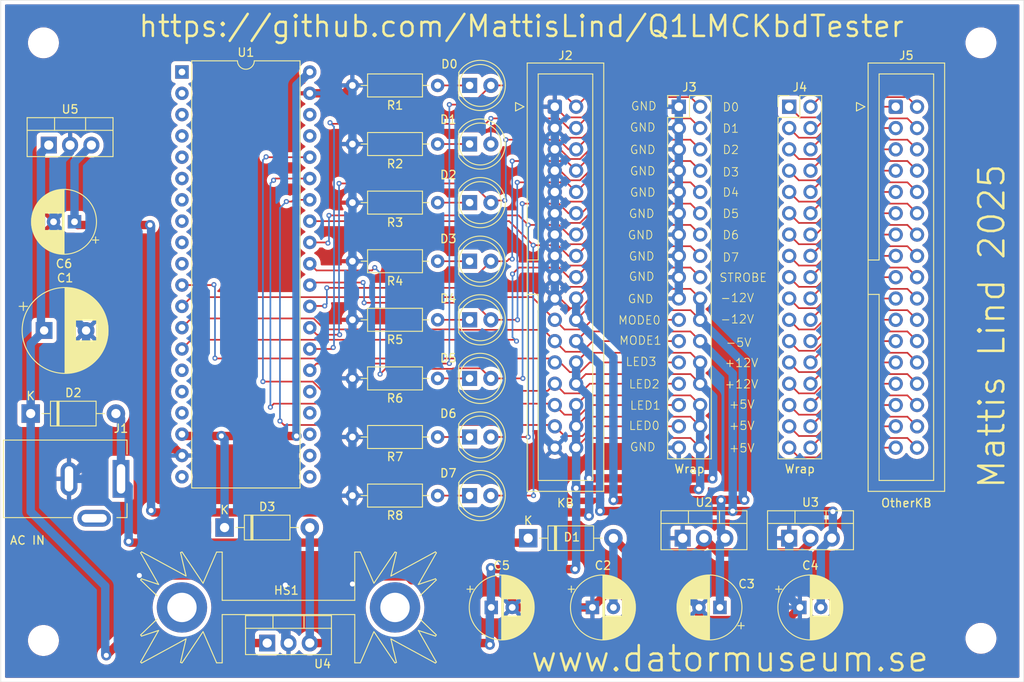
<source format=kicad_pcb>
(kicad_pcb (version 20240108) (generator "pcbnew") (generator_version "8.0")
  (layers (0 "F.Cu" signal) (31 "B.Cu" signal) (34 "B.Paste" user) (35 "F.Paste" user) (36 "B.SilkS" user "B.Silkscreen") (37 "F.SilkS" user "F.Silkscreen") (38 "B.Mask" user) (39 "F.Mask" user) (44 "Edge.Cuts" user))
  (net 0 "")
  (net 1 "Net-(D2-K)")
  (net 2 "GND")
  (net 3 "Net-(D1-A)")
  (net 4 "-12V")
  (net 5 "-5V")
  (net 6 "+5V")
  (net 7 "+12V")
  (net 8 "Net-(D1-K)")
  (net 9 "Net-(D3-K)")
  (net 10 "/D0")
  (net 11 "Net-(D4-K)")
  (net 12 "Net-(D5-K)")
  (net 13 "/D1")
  (net 14 "/D2")
  (net 15 "Net-(D6-K)")
  (net 16 "Net-(D7-K)")
  (net 17 "/D3")
  (net 18 "/D4")
  (net 19 "Net-(D8-K)")
  (net 20 "Net-(D9-K)")
  (net 21 "/D5")
  (net 22 "/D6")
  (net 23 "Net-(D10-K)")
  (net 24 "Net-(D11-K)")
  (net 25 "/D7")
  (net 29 "/MODE1")
  (net 30 "/STROBE")
  (net 31 "/LED2")
  (net 32 "/MODE0")
  (net 33 "/LED1")
  (net 34 "/LED3")
  (net 35 "/LED0")
  (net 36 "Net-(J4-Pin_20)")
  (net 37 "Net-(J4-Pin_13)")
  (net 38 "Net-(J4-Pin_18)")
  (net 39 "Net-(J4-Pin_17)")
  (net 40 "Net-(J4-Pin_33)")
  (net 41 "Net-(J4-Pin_5)")
  (net 42 "Net-(J4-Pin_32)")
  (net 43 "Net-(J4-Pin_1)")
  (net 44 "Net-(J4-Pin_30)")
  (net 45 "Net-(J4-Pin_15)")
  (net 46 "Net-(J4-Pin_4)")
  (net 47 "Net-(J4-Pin_21)")
  (net 48 "Net-(J4-Pin_10)")
  (net 49 "Net-(J4-Pin_14)")
  (net 50 "Net-(J4-Pin_19)")
  (net 51 "Net-(J4-Pin_27)")
  (net 52 "Net-(J4-Pin_24)")
  (net 53 "Net-(J4-Pin_25)")
  (net 54 "Net-(J4-Pin_3)")
  (net 55 "Net-(J4-Pin_26)")
  (net 56 "Net-(J4-Pin_28)")
  (net 57 "Net-(J4-Pin_12)")
  (net 58 "Net-(J4-Pin_23)")
  (net 59 "Net-(J4-Pin_8)")
  (net 60 "Net-(J4-Pin_9)")
  (net 61 "Net-(J4-Pin_16)")
  (net 62 "Net-(J4-Pin_7)")
  (net 63 "Net-(J4-Pin_22)")
  (net 64 "Net-(J4-Pin_31)")
  (net 65 "Net-(J4-Pin_11)")
  (net 66 "Net-(J4-Pin_29)")
  (net 67 "Net-(J4-Pin_2)")
  (net 68 "Net-(J4-Pin_6)")
  (net 69 "Net-(J4-Pin_34)")
  (footprint "Connector_BarrelJack:BarrelJack_Kycon_KLDX-0202-xC_Horizontal" (layer "F.Cu") (at 105.764 87.538)
    (property "Reference" "J1")
    (property "Value" "AC IN")
  )
  (footprint "LED_THT:LED_D5.0mm" (layer "F.Cu") (at 147.315 75.565)
    (property "Reference" "D9" (hide yes))
    (property "Value" "D5")
  )
  (footprint "Connector_IDC:IDC-Header_2x17_P2.54mm_Vertical" (layer "F.Cu") (at 157.48 43.18)
    (property "Reference" "J2")
    (property "Value" "KB")
  )
  (footprint "Package_TO_SOT_THT:TO-220-3_Vertical" (layer "F.Cu") (at 97.155 47.752)
    (property "Reference" "U5")
    (property "Value" "L7812")
  )
  (footprint "MountingHole:MountingHole_3.2mm_M3_DIN965" (layer "F.Cu") (at 208.28 106.553)
    (property "Reference" "H3" (hide yes))
    (property "Value" "MountingHole")
  )
  (footprint "Connector_PinHeader_2.54mm:PinHeader_2x17_P2.54mm_Vertical" (layer "F.Cu") (at 185.42 43.18)
    (property "Reference" "J4")
    (property "Value" "Wrap")
  )
  (footprint "MountingHole:MountingHole_3.2mm_M3_DIN965" (layer "F.Cu") (at 208.28 35.56)
    (property "Reference" "H2" (hide yes))
    (property "Value" "MountingHole")
  )
  (footprint "MountingHole:MountingHole_3.2mm_M3_DIN965" (layer "F.Cu") (at 96.52 35.56)
    (property "Reference" "H1" (hide yes))
    (property "Value" "MountingHole")
  )
  (footprint "Connector_PinHeader_2.54mm:PinHeader_2x17_P2.54mm_Vertical" (layer "F.Cu") (at 172.2628 43.18)
    (property "Reference" "J3")
    (property "Value" "Wrap")
  )
  (footprint "Resistor_THT:R_Axial_DIN0207_L6.3mm_D2.5mm_P10.16mm_Horizontal" (layer "F.Cu") (at 143.51 75.565 180)
    (property "Reference" "R6")
    (property "Value" "1k")
  )
  (footprint "Capacitor_THT:CP_Radial_D7.5mm_P2.50mm" (layer "F.Cu") (at 149.9 102.87)
    (property "Reference" "C5")
    (property "Value" "100u 25V")
  )
  (footprint "Package_DIP:DIP-40_W15.24mm" (layer "F.Cu") (at 113.03 39.038)
    (property "Reference" "U1")
    (property "Value" "STM32F411 BlackPill")
  )
  (footprint "LED_THT:LED_D5.0mm" (layer "F.Cu") (at 147.315 61.595)
    (property "Reference" "D7" (hide yes))
    (property "Value" "D3")
  )
  (footprint "LED_THT:LED_D5.0mm" (layer "F.Cu") (at 147.32 68.58)
    (property "Reference" "D8" (hide yes))
    (property "Value" "D4")
  )
  (footprint "Connector_IDC:IDC-Header_2x17_P2.54mm_Vertical" (layer "F.Cu") (at 198.12 43.18)
    (property "Reference" "J5")
    (property "Value" "OtherKB")
  )
  (footprint "Resistor_THT:R_Axial_DIN0207_L6.3mm_D2.5mm_P10.16mm_Horizontal" (layer "F.Cu") (at 143.51 40.64 180)
    (property "Reference" "R1")
    (property "Value" "1k")
  )
  (footprint "Capacitor_THT:CP_Radial_D7.5mm_P2.50mm" (layer "F.Cu") (at 161.965 102.87)
    (property "Reference" "C2")
    (property "Value" "100u 25V")
  )
  (footprint "LED_THT:LED_D5.0mm" (layer "F.Cu") (at 147.32 40.64)
    (property "Reference" "D4" (hide yes))
    (property "Value" "D0")
  )
  (footprint "LED_THT:LED_D5.0mm" (layer "F.Cu") (at 147.315 47.625)
    (property "Reference" "D5" (hide yes))
    (property "Value" "D1")
  )
  (footprint "Resistor_THT:R_Axial_DIN0207_L6.3mm_D2.5mm_P10.16mm_Horizontal" (layer "F.Cu") (at 143.51 82.55 180)
    (property "Reference" "R7")
    (property "Value" "1k")
  )
  (footprint "Package_TO_SOT_THT:TO-220-3_Vertical" (layer "F.Cu") (at 123.19 107.117)
    (property "Reference" "U4")
    (property "Value" "L7805")
  )
  (footprint "LED_THT:LED_D5.0mm" (layer "F.Cu") (at 147.32 54.61)
    (property "Reference" "D6" (hide yes))
    (property "Value" "D2")
  )
  (footprint "MountingHole:MountingHole_3.2mm_M3_DIN965" (layer "F.Cu") (at 96.52 106.807)
    (property "Reference" "H4" (hide yes))
    (property "Value" "MountingHole")
  )
  (footprint "Resistor_THT:R_Axial_DIN0207_L6.3mm_D2.5mm_P10.16mm_Horizontal" (layer "F.Cu") (at 143.51 68.58 180)
    (property "Reference" "R5")
    (property "Value" "1k")
  )
  (footprint "Resistor_THT:R_Axial_DIN0207_L6.3mm_D2.5mm_P10.16mm_Horizontal" (layer "F.Cu") (at 143.51 89.535 180)
    (property "Reference" "R8")
    (property "Value" "1k")
  )
  (footprint "Resistor_THT:R_Axial_DIN0207_L6.3mm_D2.5mm_P10.16mm_Horizontal" (layer "F.Cu") (at 143.51 54.61 180)
    (property "Reference" "R3")
    (property "Value" "1k")
  )
  (footprint "Diode_THT:D_DO-41_SOD81_P10.16mm_Horizontal" (layer "F.Cu") (at 118.11 93.345)
    (property "Reference" "D3")
    (property "Value" "Schottky")
  )
  (footprint "Capacitor_THT:CP_Radial_D7.5mm_P2.50mm" (layer "F.Cu") (at 177.165 102.87 180)
    (property "Reference" "C3")
    (property "Value" "100u 25V")
  )
  (footprint "Capacitor_THT:CP_Radial_D10.0mm_P5.00mm" (layer "F.Cu") (at 96.6 69.85)
    (property "Reference" "C1")
    (property "Value" "1000u 25V")
  )
  (footprint "Resistor_THT:R_Axial_DIN0207_L6.3mm_D2.5mm_P10.16mm_Horizontal" (layer "F.Cu") (at 143.51 61.595 180)
    (property "Reference" "R4")
    (property "Value" "1k")
  )
  (footprint "Capacitor_THT:CP_Radial_D7.5mm_P2.50mm" (layer "F.Cu") (at 186.69 102.87)
    (property "Reference" "C4")
    (property "Value" "100u 25V")
  )
  (footprint "Resistor_THT:R_Axial_DIN0207_L6.3mm_D2.5mm_P10.16mm_Horizontal" (layer "F.Cu") (at 143.51 47.625 180)
    (property "Reference" "R2")
    (property "Value" "1k")
  )
  (footprint "LED_THT:LED_D5.0mm" (layer "F.Cu") (at 147.315 89.535)
    (property "Reference" "D11" (hide yes))
    (property "Value" "D7")
  )
  (footprint "Capacitor_THT:CP_Radial_D7.5mm_P2.50mm" (layer "F.Cu") (at 100.221395 56.896 180)
    (property "Reference" "C6")
    (property "Value" "100u 25V")
  )
  (footprint "Package_TO_SOT_THT:TO-220-3_Vertical" (layer "F.Cu") (at 172.72 94.615)
    (property "Reference" "U2")
    (property "Value" "L7912")
  )
  (footprint "Diode_THT:D_DO-41_SOD81_P10.16mm_Horizontal" (layer "F.Cu") (at 94.996 79.756)
    (property "Reference" "D2")
    (property "Value" "1N4004")
  )
  (footprint "Heatsink:Heatsink_Fischer_SK104-STCB_35x13mm__2xDrill3.5mm_ScrewM3" (layer "F.Cu") (at 125.73 102.87 180)
    (property "Reference" "HS1")
    (property "Value" "Heatsink_Pad_2Pin")
  )
  (footprint "LED_THT:LED_D5.0mm" (layer "F.Cu") (at 147.315 82.55)
    (property "Reference" "D10" (hide yes))
    (property "Value" "D6")
  )
  (footprint "Diode_THT:D_DO-41_SOD81_P10.16mm_Horizontal" (layer "F.Cu") (at 154.305 94.615)
    (property "Reference" "D1")
    (property "Value" "1N4004")
  )
  (footprint "Package_TO_SOT_THT:TO-220-3_Vertical" (layer "F.Cu") (at 185.42 94.615)
    (property "Reference" "U3")
    (property "Value" "L7905")
  )
  (gr_line (start 213.36 30.48) (end 213.36 111.76) (stroke (width 0.05)) (layer "Edge.Cuts"))
  (gr_line (start 91.44 30.48) (end 213.36 30.48) (stroke (width 0.05)) (layer "Edge.Cuts"))
  (gr_line (start 213.36 111.76) (end 91.44 111.76) (stroke (width 0.05)) (layer "Edge.Cuts"))
  (gr_line (start 91.44 111.76) (end 91.44 30.48) (stroke (width 0.05)) (layer "Edge.Cuts"))
  (gr_text "MODE1" (at 165.1 71.628 0) (layer "F.SilkS") (effects (font (size 1 1) (thickness 0.1)) (justify left bottom)))
  (gr_text "GND" (at 166.37 46.228 0) (layer "F.SilkS") (effects (font (size 1 1) (thickness 0.1)) (justify left bottom)))
  (gr_text "GND" (at 166.497 43.688 0) (layer "F.SilkS") (effects (font (size 1 1) (thickness 0.1)) (justify left bottom)))
  (gr_text "LED0" (at 166.243 81.788 0) (layer "F.SilkS") (effects (font (size 1 1) (thickness 0.1)) (justify left bottom)))
  (gr_text "+12V" (at 177.673 74.295 0) (layer "F.SilkS") (effects (font (size 1 1) (thickness 0.1)) (justify left bottom)))
  (gr_text "D2" (at 177.419 48.895 0) (layer "F.SilkS") (effects (font (size 1 1) (thickness 0.1)) (justify left bottom)))
  (gr_text "GND" (at 166.37 48.895 0) (layer "F.SilkS") (effects (font (size 1 1) (thickness 0.1)) (justify left bottom)))
  (gr_text "STROBE" (at 177.038 64.135 0) (layer "F.SilkS") (effects (font (size 1 1) (thickness 0.1)) (justify left bottom)))
  (gr_text "LED3" (at 165.862 74.168 0) (layer "F.SilkS") (effects (font (size 1 1) (thickness 0.1)) (justify left bottom)))
  (gr_text "-5V" (at 177.8 71.882 0) (layer "F.SilkS") (effects (font (size 1 1) (thickness 0.1)) (justify left bottom)))
  (gr_text "GND" (at 166.243 61.595 0) (layer "F.SilkS") (effects (font (size 1 1) (thickness 0.1)) (justify left bottom)))
  (gr_text "MODE0" (at 164.973 69.215 0) (layer "F.SilkS") (effects (font (size 1 1) (thickness 0.1)) (justify left bottom)))
  (gr_text "+5V" (at 178.181 79.248 0) (layer "F.SilkS") (effects (font (size 1 1) (thickness 0.1)) (justify left bottom)))
  (gr_text "D7" (at 177.419 61.722 0) (layer "F.SilkS") (effects (font (size 1 1) (thickness 0.1)) (justify left bottom)))
  (gr_text "D3" (at 177.419 51.562 0) (layer "F.SilkS") (effects (font (size 1 1) (thickness 0.1)) (justify left bottom)))
  (gr_text "GND" (at 166.37 84.328 0) (layer "F.SilkS") (effects (font (size 1 1) (thickness 0.1)) (justify left bottom)))
  (gr_text "+5V" (at 178.181 84.455 0) (layer "F.SilkS") (effects (font (size 1 1) (thickness 0.1)) (justify left bottom)))
  (gr_text "GND" (at 166.116 59.055 0) (layer "F.SilkS") (effects (font (size 1 1) (thickness 0.1)) (justify left bottom)))
  (gr_text "D4" (at 177.419 53.975 0) (layer "F.SilkS") (effects (font (size 1 1) (thickness 0.1)) (justify left bottom)))
  (gr_text "GND" (at 166.243 64.008 0) (layer "F.SilkS") (effects (font (size 1 1) (thickness 0.1)) (justify left bottom)))
  (gr_text "https://github.com/MattisLind/Q1LMCKbdTester" (at 107.696 35.052 0) (layer "F.SilkS") (effects (font (size 2.5 2.5) (thickness 0.3)) (justify left bottom)))
  (gr_text "LED1" (at 166.37 79.375 0) (layer "F.SilkS") (effects (font (size 1 1) (thickness 0.1)) (justify left bottom)))
  (gr_text "D6" (at 177.419 59.055 0) (layer "F.SilkS") (effects (font (size 1 1) (thickness 0.1)) (justify left bottom)))
  (gr_text "D0" (at 177.419 43.815 0) (layer "F.SilkS") (effects (font (size 1 1) (thickness 0.1)) (justify left bottom)))
  (gr_text "Mattis Lind 2025" (at 211.328 88.9 90) (layer "F.SilkS") (effects (font (size 3 3) (thickness 0.3)) (justify left bottom)))
  (gr_text "+5V" (at 178.181 81.788 0) (layer "F.SilkS") (effects (font (size 1 1) (thickness 0.1)) (justify left bottom)))
  (gr_text "GND" (at 166.116 66.675 0) (layer "F.SilkS") (effects (font (size 1 1) (thickness 0.1)) (justify left bottom)))
  (gr_text "www.datormuseum.se" (at 154.432 110.744 0) (layer "F.SilkS") (effects (font (size 3 3) (thickness 0.3)) (justify left bottom)))
  (gr_text "GND" (at 166.243 56.515 0) (layer "F.SilkS") (effects (font (size 1 1) (thickness 0.1)) (justify left bottom)))
  (gr_text "+12V" (at 177.673 76.835 0) (layer "F.SilkS") (effects (font (size 1 1) (thickness 0.1)) (justify left bottom)))
  (gr_text "-12V" (at 177.165 66.548 0) (layer "F.SilkS") (effects (font (size 1 1) (thickness 0.1)) (justify left bottom)))
  (gr_text "D1" (at 177.419 46.355 0) (layer "F.SilkS") (effects (font (size 1 1) (thickness 0.1)) (justify left bottom)))
  (gr_text "GND" (at 166.37 53.975 0) (layer "F.SilkS") (effects (font (size 1 1) (thickness 0.1)) (justify left bottom)))
  (gr_text "-12V" (at 177.165 69.088 0) (layer "F.SilkS") (effects (font (size 1 1) (thickness 0.1)) (justify left bottom)))
  (gr_text "D5" (at 177.419 56.515 0) (layer "F.SilkS") (effects (font (size 1 1) (thickness 0.1)) (justify left bottom)))
  (gr_text "GND" (at 166.37 51.435 0) (layer "F.SilkS") (effects (font (size 1 1) (thickness 0.1)) (justify left bottom)))
  (gr_text "LED2" (at 166.243 76.835 0) (layer "F.SilkS") (effects (font (size 1 1) (thickness 0.1)) (justify left bottom)))
  (segment (start 105.481 107.117) (end 123.19 107.117) (width 1) (layer "F.Cu") (net 1))
  (segment (start 104.013 108.585) (end 105.481 107.117) (width 1) (layer "F.Cu") (net 1))
  (via (at 104.013 108.585) (size 1.2) (drill 0.6) (layers "F.Cu" "B.Cu") (net 1))
  (segment (start 96.221395 48.685605) (end 97.155 47.752) (width 1) (layer "B.Cu") (net 1))
  (segment (start 94.996 91.44) (end 103.886 100.33) (width 1) (layer "B.Cu") (net 1))
  (segment (start 103.886 100.33) (end 103.886 108.458) (width 1) (layer "B.Cu") (net 1))
  (segment (start 94.996 79.756) (end 94.996 71.454) (width 1) (layer "B.Cu") (net 1))
  (segment (start 94.996 71.454) (end 96.6 69.85) (width 1) (layer "B.Cu") (net 1))
  (segment (start 96.221395 69.471395) (end 96.221395 48.685605) (width 1) (layer "B.Cu") (net 1))
  (segment (start 94.996 79.756) (end 94.996 91.44) (width 1) (layer "B.Cu") (net 1))
  (segment (start 96.6 69.85) (end 96.221395 69.471395) (width 1) (layer "B.Cu") (net 1))
  (segment (start 103.886 108.458) (end 104.013 108.585) (width 1) (layer "B.Cu") (net 1))
  (segment (start 134.256 99.17) (end 133.35 100.076) (width 1) (layer "F.Cu") (net 2))
  (segment (start 160.775 62.11) (end 161.925 60.96) (width 0.2) (layer "F.Cu") (net 2))
  (segment (start 124.206 99.06) (end 125.349 100.203) (width 1) (layer "F.Cu") (net 2))
  (segment (start 157.48 66.04) (end 158.115 66.04) (width 0.2) (layer "F.Cu") (net 2))
  (segment (start 157.48 48.26) (end 158.115 48.26) (width 0.2) (layer "F.Cu") (net 2))
  (segment (start 160.496346 67.19) (end 161.646346 66.04) (width 0.2) (layer "F.Cu") (net 2))
  (segment (start 125.476 100.076) (end 125.349 100.203) (width 1) (layer "F.Cu") (net 2))
  (segment (start 158.75 44.45) (end 160.724314 44.45) (width 0.2) (layer "F.Cu") (net 2))
  (segment (start 160.775 84.97) (end 161.925 83.82) (width 0.2) (layer "F.Cu") (net 2))
  (segment (start 158.63 54.49) (end 161.479314 54.49) (width 0.2) (layer "F.Cu") (net 2))
  (segment (start 157.48 83.82) (end 158.63 84.97) (width 0.2) (layer "F.Cu") (net 2))
  (segment (start 160.496346 49.41) (end 161.646346 48.26) (width 0.2) (layer "F.Cu") (net 2))
  (segment (start 113.03 84.758) (end 112.230001 83.958001) (width 1) (layer "F.Cu") (net 2))
  (segment (start 160.496346 57.03) (end 161.646346 55.88) (width 0.2) (layer "F.Cu") (net 2))
  (segment (start 157.48 50.8) (end 158.115 50.8) (width 0.2) (layer "F.Cu") (net 2))
  (segment (start 174.665 102.87) (end 174.665 104.00137) (width 1) (layer "F.Cu") (net 2))
  (segment (start 139.962591 99.17) (end 134.256 99.17) (width 1) (layer "F.Cu") (net 2))
  (segment (start 158.63 64.65) (end 160.775 64.65) (width 0.2) (layer "F.Cu") (net 2))
  (segment (start 160.496346 51.95) (end 161.646346 50.8) (width 0.2) (layer "F.Cu") (net 2))
  (segment (start 161.646346 66.04) (end 172.2628 66.04) (width 0.2) (layer "F.Cu") (net 2))
  (segment (start 128.27 41.578) (end 132.412 41.578) (width 1) (layer "F.Cu") (net 2))
  (segment (start 161.925 58.42) (end 172.2628 58.42) (width 0.2) (layer "F.Cu") (net 2))
  (segment (start 150.280074 99.618704) (end 140.411295 99.618704) (width 1) (layer "F.Cu") (net 2))
  (segment (start 158.115 48.26) (end 159.265 49.41) (width 0.2) (layer "F.Cu") (net 2))
  (segment (start 157.48 45.72) (end 158.63 46.87) (width 0.2) (layer "F.Cu") (net 2))
  (segment (start 158.63 57.03) (end 160.496346 57.03) (width 0.2) (layer "F.Cu") (net 2))
  (segment (start 157.48 43.18) (end 158.75 44.45) (width 0.2) (layer "F.Cu") (net 2))
  (segment (start 152.4 102.87) (end 152.4 101.73863) (width 1) (layer "F.Cu") (net 2))
  (segment (start 174.665 104.00137) (end 175.03363 104.37) (width 1) (layer "F.Cu") (net 2))
  (segment (start 160.775 59.57) (end 161.925 58.42) (width 0.2) (layer "F.Cu") (net 2))
  (segment (start 161.994314 43.18) (end 172.2628 43.18) (width 0.2) (layer "F.Cu") (net 2))
  (segment (start 160.775 64.65) (end 161.925 63.5) (width 0.2) (layer "F.Cu") (net 2))
  (segment (start 159.265 67.19) (end 160.496346 67.19) (width 0.2) (layer "F.Cu") (net 2))
  (segment (start 173.165 101.37) (end 174.665 102.87) (width 1) (layer "F.Cu") (net 2))
  (segment (start 158.63 84.97) (end 160.775 84.97) (width 0.2) (layer "F.Cu") (net 2))
  (segment (start 161.925 63.5) (end 172.2628 63.5) (width 0.2) (layer "F.Cu") (net 2))
  (segment (start 161.965 102.87) (end 163.465 101.37) (width 1) (layer "F.Cu") (net 2))
  (segment (start 112.230001 83.958001) (end 103.143999 83.958001) (width 1) (layer "F.Cu") (net 2))
  (segment (start 159.265 49.41) (end 160.496346 49.41) (width 0.2) (layer "F.Cu") (net 2))
  (segment (start 157.48 53.34) (end 158.63 54.49) (width 0.2) (layer "F.Cu") (net 2))
  (segment (start 158.63 46.87) (end 160.775 46.87) (width 0.2) (layer "F.Cu") (net 2))
  (segment (start 107.95 99.06) (end 124.206 99.06) (width 1) (layer "F.Cu") (net 2))
  (segment (start 157.48 55.88) (end 158.63 57.03) (width 0.2) (layer "F.Cu") (net 2))
  (segment (start 157.48 60.96) (end 158.63 62.11) (width 0.2) (layer "F.Cu") (net 2))
  (segment (start 140.411295 99.618704) (end 139.962591 99.17) (width 1) (layer "F.Cu") (net 2))
  (segment (start 175.03363 104.37) (end 185.19 104.37) (width 1) (layer "F.Cu") (net 2))
  (segment (start 161.925 60.96) (end 172.2628 60.96) (width 0.2) (layer "F.Cu") (net 2))
  (segment (start 158.63 59.57) (end 160.775 59.57) (width 0.2) (layer "F.Cu") (net 2))
  (segment (start 157.48 58.42) (end 158.63 59.57) (width 0.2) (layer "F.Cu") (net 2))
  (segment (start 152.4 102.87) (end 161.965 102.87) (width 1) (layer "F.Cu") (net 2))
  (segment (start 185.19 104.37) (end 186.69 102.87) (width 1) (layer "F.Cu") (net 2))
  (segment (start 160.724314 44.45) (end 161.994314 43.18) (width 0.2) (layer "F.Cu") (net 2))
  (segment (start 158.115 66.04) (end 159.265 67.19) (width 0.2) (layer "F.Cu") (net 2))
  (segment (start 133.35 100.076) (end 125.476 100.076) (width 1) (layer "F.Cu") (net 2))
  (segment (start 163.465 101.37) (end 173.165 101.37) (width 1) (layer "F.Cu") (net 2))
  (segment (start 161.479314 54.49) (end 162.629314 53.34) (width 0.2) (layer "F.Cu") (net 2))
  (segment (start 159.265 51.95) (end 160.496346 51.95) (width 0.2) (layer "F.Cu") (net 2))
  (segment (start 160.775 46.87) (end 161.925 45.72) (width 0.2) (layer "F.Cu") (net 2))
  (segment (start 157.48 63.5) (end 158.63 64.65) (width 0.2) (layer "F.Cu") (net 2))
  (segment (start 152.4 101.73863) (end 150.280074 99.618704) (width 1) (layer "F.Cu") (net 2))
  (segment (start 158.115 50.8) (end 159.265 51.95) (width 0.2) (layer "F.Cu") (net 2))
  (segment (start 103.143999 83.958001) (end 99.564 87.538) (width 1) (layer "F.Cu") (net 2))
  (segment (start 158.63 62.11) (end 160.775 62.11) (width 0.2) (layer "F.Cu") (net 2))
  (segment (start 161.925 83.82) (end 172.2628 83.82) (width 0.2) (layer "F.Cu") (net 2))
  (segment (start 132.412 41.578) (end 133.35 40.64) (width 1) (layer "F.Cu") (net 2))
  (segment (start 162.629314 53.34) (end 172.2628 53.34) (width 0.2) (layer "F.Cu") (net 2))
  (segment (start 161.646346 50.8) (end 172.2628 50.8) (width 0.2) (layer "F.Cu") (net 2))
  (segment (start 161.925 45.72) (end 172.2628 45.72) (width 0.2) (layer "F.Cu") (net 2))
  (segment (start 161.646346 48.26) (end 172.2628 48.26) (width 0.2) (layer "F.Cu") (net 2))
  (segment (start 161.646346 55.88) (end 172.2628 55.88) (width 0.2) (layer "F.Cu") (net 2))
  (via (at 133.35 100.076) (size 1.2) (drill 0.6) (layers "F.Cu" "B.Cu") (net 2))
  (via (at 125.349 100.203) (size 1.2) (drill 0.6) (layers "F.Cu" "B.Cu") (net 2))
  (via (at 107.95 99.06) (size 1.2) (drill 0.6) (layers "F.Cu" "B.Cu") (net 2))
  (segment (start 172.2628 43.18) (end 172.2628 66.04) (width 1) (layer "B.Cu") (net 2))
  (segment (start 99.695 48.5645) (end 99.695 47.752) (width 1) (layer "B.Cu") (net 2))
  (segment (start 125.349 106.736) (end 125.73 107.117) (width 1) (layer "B.Cu") (net 2))
  (segment (start 99.564 87.538) (end 101.268163 87.538) (width 1) (layer "B.Cu") (net 2))
  (segment (start 105.264 96.374) (end 107.95 99.06) (width 1) (layer "B.Cu") (net 2))
  (segment (start 101.268163 87.538) (end 105.264 91.533837) (width 1) (layer "B.Cu") (net 2))
  (segment (start 157.48 83.82) (end 155.93 82.27) (width 1) (layer "B.Cu") (net 2))
  (segment (start 97.721395 50.538105) (end 99.695 48.5645) (width 1) (layer "B.Cu") (net 2))
  (segment (start 97.721395 56.896) (end 97.721395 50.538105) (width 1) (layer "B.Cu") (net 2))
  (segment (start 155.93 82.27) (end 155.93 67.59) (width 1) (layer "B.Cu") (net 2))
  (segment (start 97.721395 56.896) (end 97.721395 65.971395) (width 1) (layer "B.Cu") (net 2))
  (segment (start 185.42 101.6) (end 186.69 102.87) (width 1) (layer "B.Cu") (net 2))
  (segment (start 97.721395 65.971395) (end 101.6 69.85) (width 1) (layer "B.Cu") (net 2))
  (segment (start 172.72 100.925) (end 174.665 102.87) (width 1) (layer "B.Cu") (net 2))
  (segment (start 125.349 100.203) (end 125.349 106.736) (width 1) (layer "B.Cu") (net 2))
  (segment (start 172.72 94.615) (end 172.72 100.925) (width 1) (layer "B.Cu") (net 2))
  (segment (start 155.93 67.59) (end 157.48 66.04) (width 1) (layer "B.Cu") (net 2))
  (segment (start 105.264 91.533837) (end 105.264 96.374) (width 1) (layer "B.Cu") (net 2))
  (segment (start 157.48 43.18) (end 157.48 66.04) (width 1) (layer "B.Cu") (net 2))
  (segment (start 133.35 89.535) (end 133.35 100.076) (width 1) (layer "B.Cu") (net 2))
  (segment (start 101.6 85.502) (end 99.564 87.538) (width 1) (layer "B.Cu") (net 2))
  (segment (start 101.6 69.85) (end 101.6 85.502) (width 1) (layer "B.Cu") (net 2))
  (segment (start 133.35 40.64) (end 133.35 89.535) (width 1) (layer "B.Cu") (net 2))
  (segment (start 185.42 94.615) (end 185.42 101.6) (width 1) (layer "B.Cu") (net 2))
  (segment (start 175.26 95.4275) (end 175.26 94.615) (width 1) (layer "F.Cu") (net 3))
  (segment (start 166.165 96.315) (end 174.3725 96.315) (width 1) (layer "F.Cu") (net 3))
  (segment (start 176.96 96.315) (end 186.768 96.315) (width 1) (layer "F.Cu") (net 3))
  (segment (start 187.96 95.123) (end 187.96 94.615) (width 1) (layer "F.Cu") (net 3))
  (segment (start 186.768 96.315) (end 187.96 95.123) (width 1) (layer "F.Cu") (net 3))
  (segment (start 174.3725 96.315) (end 175.26 95.4275) (width 1) (layer "F.Cu") (net 3))
  (segment (start 175.26 94.615) (end 176.96 96.315) (width 1) (layer "F.Cu") (net 3))
  (segment (start 164.465 94.615) (end 166.165 96.315) (width 1) (layer "F.Cu") (net 3))
  (segment (start 164.465 102.87) (end 164.465 94.615) (width 1) (layer "B.Cu") (net 3))
  (segment (start 161.17 64.89) (end 173.6528 64.89) (width 0.2) (layer "F.Cu") (net 4))
  (segment (start 164.465 90.079405) (end 177.292 90.079405) (width 1) (layer "F.Cu") (net 4))
  (segment (start 180.086 90.043) (end 177.328405 90.043) (width 1) (layer "F.Cu") (net 4))
  (segment (start 161.17 67.43) (end 173.6528 67.43) (width 0.2) (layer "F.Cu") (net 4))
  (segment (start 173.6528 67.43) (end 174.8028 68.58) (width 0.2) (layer "F.Cu") (net 4))
  (segment (start 173.6528 64.89) (end 174.8028 66.04) (width 0.2) (layer "F.Cu") (net 4))
  (segment (start 160.02 66.04) (end 161.17 64.89) (width 0.2) (layer "F.Cu") (net 4))
  (segment (start 177.328405 90.043) (end 177.292 90.079405) (width 1) (layer "F.Cu") (net 4))
  (segment (start 160.02 68.58) (end 161.17 67.43) (width 0.2) (layer "F.Cu") (net 4))
  (via (at 177.292 90.079405) (size 1.2) (drill 0.6) (layers "F.Cu" "B.Cu") (net 4))
  (via (at 180.086 90.043) (size 1.2) (drill 0.6) (layers "F.Cu" "B.Cu") (net 4))
  (via (at 164.465 90.079405) (size 1.2) (drill 0.6) (layers "F.Cu" "B.Cu") (net 4))
  (segment (start 160.02 66.04) (end 160.02 68.58) (width 1) (layer "B.Cu") (net 4))
  (segment (start 174.8028 68.58) (end 179.889 73.6662) (width 1) (layer "B.Cu") (net 4))
  (segment (start 179.889 89.846) (end 180.086 90.043) (width 1) (layer "B.Cu") (net 4))
  (segment (start 174.8028 66.04) (end 174.8028 68.58) (width 1) (layer "B.Cu") (net 4))
  (segment (start 179.889 73.6662) (end 179.889 89.846) (width 1) (layer "B.Cu") (net 4))
  (segment (start 177.165 102.87) (end 177.165 95.25) (width 1) (layer "B.Cu") (net 4))
  (segment (start 177.165 95.25) (end 177.8 94.615) (width 1) (layer "B.Cu") (net 4))
  (segment (start 177.292 94.107) (end 177.8 94.615) (width 1) (layer "B.Cu") (net 4))
  (segment (start 160.02 68.58) (end 164.465 73.025) (width 1) (layer "B.Cu") (net 4))
  (segment (start 177.292 90.079405) (end 177.292 94.107) (width 1) (layer "B.Cu") (net 4))
  (segment (start 164.465 73.025) (end 164.465 90.079405) (width 1) (layer "B.Cu") (net 4))
  (segment (start 173.6528 69.97) (end 174.8028 71.12) (width 0.2) (layer "F.Cu") (net 5))
  (segment (start 160.02 71.12) (end 161.17 69.97) (width 0.2) (layer "F.Cu") (net 5))
  (segment (start 161.17 69.97) (end 173.6528 69.97) (width 0.2) (layer "F.Cu") (net 5))
  (segment (start 162.87 91.379405) (end 178.689 91.379405) (width 1) (layer "F.Cu") (net 5))
  (segment (start 190.566405 91.379405) (end 190.627 91.44) (width 1) (layer "F.Cu") (net 5))
  (segment (start 178.689 91.379405) (end 190.566405 91.379405) (width 1) (layer "F.Cu") (net 5))
  (via (at 162.87 91.379405) (size 1.2) (drill 0.6) (layers "F.Cu" "B.Cu") (net 5))
  (via (at 178.689 91.379405) (size 1.2) (drill 0.6) (layers "F.Cu" "B.Cu") (net 5))
  (via (at 190.627 91.44) (size 1.2) (drill 0.6) (layers "F.Cu" "B.Cu") (net 5))
  (segment (start 178.689 75.0062) (end 178.689 91.379405) (width 1) (layer "B.Cu") (net 5))
  (segment (start 174.8028 71.12) (end 178.689 75.0062) (width 1) (layer "B.Cu") (net 5))
  (segment (start 190.627 94.488) (end 190.5 94.615) (width 1) (layer "B.Cu") (net 5))
  (segment (start 189.19 102.87) (end 189.19 95.925) (width 1) (layer "B.Cu") (net 5))
  (segment (start 162.87 73.97) (end 162.87 91.379405) (width 1) (layer "B.Cu") (net 5))
  (segment (start 189.19 95.925) (end 190.5 94.615) (width 1) (layer "B.Cu") (net 5))
  (segment (start 190.627 91.44) (end 190.627 94.488) (width 1) (layer "B.Cu") (net 5))
  (segment (start 160.02 71.12) (end 162.87 73.97) (width 1) (layer "B.Cu") (net 5))
  (segment (start 160.02 81.28) (end 161.17 80.13) (width 0.2) (layer "F.Cu") (net 6))
  (segment (start 174.625 88.779405) (end 160.153405 88.779405) (width 1) (layer "F.Cu") (net 6))
  (segment (start 161.17 82.67) (end 173.6528 82.67) (width 0.2) (layer "F.Cu") (net 6))
  (segment (start 161.17 80.13) (end 173.6528 80.13) (width 0.2) (layer "F.Cu") (net 6))
  (segment (start 128.27 107.117) (end 149.535 107.117) (width 1) (layer "F.Cu") (net 6))
  (segment (start 160.153405 88.779405) (end 160.02 88.646) (width 1) (layer "F.Cu") (net 6))
  (segment (start 160.02 78.74) (end 161.17 77.59) (width 0.2) (layer "F.Cu") (net 6))
  (segment (start 161.17 77.59) (end 173.6528 77.59) (width 0.2) (layer "F.Cu") (net 6))
  (segment (start 159.893 98.298) (end 149.987 98.298) (width 1) (layer "F.Cu") (net 6))
  (segment (start 149.987 98.298) (end 149.86 98.171) (width 1) (layer "F.Cu") (net 6))
  (segment (start 149.535 107.117) (end 149.733 107.315) (width 1) (layer "F.Cu") (net 6))
  (segment (start 160.02 83.82) (end 161.17 82.67) (width 0.2) (layer "F.Cu") (net 6))
  (segment (start 173.6528 80.13) (end 174.8028 81.28) (width 0.2) (layer "F.Cu") (net 6))
  (segment (start 173.6528 77.59) (end 174.8028 78.74) (width 0.2) (layer "F.Cu") (net 6))
  (segment (start 173.6528 82.67) (end 174.8028 83.82) (width 0.2) (layer "F.Cu") (net 6))
  (via (at 149.733 107.315) (size 1.2) (drill 0.6) (layers "F.Cu" "B.Cu") (net 6))
  (via (at 174.625 88.779405) (size 1.2) (drill 0.6) (layers "F.Cu" "B.Cu") (net 6))
  (via (at 149.86 98.171) (size 1.2) (drill 0.6) (layers "F.Cu" "B.Cu") (net 6))
  (via (at 159.893 98.298) (size 1.2) (drill 0.6) (layers "F.Cu" "B.Cu") (net 6))
  (via (at 160.02 88.646) (size 1.2) (drill 0.6) (layers "F.Cu" "B.Cu") (net 6))
  (segment (start 149.86 102.83) (end 149.9 102.87) (width 1) (layer "B.Cu") (net 6))
  (segment (start 160.02 98.171) (end 159.893 98.298) (width 1) (layer "B.Cu") (net 6))
  (segment (start 149.86 98.171) (end 149.86 102.83) (width 1) (layer "B.Cu") (net 6))
  (segment (start 128.27 93.345) (end 128.27 107.117) (width 1) (layer "B.Cu") (net 6))
  (segment (start 149.733 107.315) (end 149.733 103.037) (width 1) (layer "B.Cu") (net 6))
  (segment (start 160.02 78.74) (end 160.02 88.646) (width 1) (layer "B.Cu") (net 6))
  (segment (start 174.8028 78.74) (end 174.8028 88.601605) (width 1) (layer "B.Cu") (net 6))
  (segment (start 160.02 88.646) (end 160.02 98.171) (width 1) (layer "B.Cu") (net 6))
  (segment (start 149.733 103.037) (end 149.9 102.87) (width 1) (layer "B.Cu") (net 6))
  (segment (start 174.8028 88.601605) (end 174.625 88.779405) (width 1) (layer "B.Cu") (net 6))
  (segment (start 160.02 73.66) (end 161.17 72.51) (width 0.2) (layer "F.Cu") (net 7))
  (segment (start 173.6528 72.51) (end 174.8028 73.66) (width 0.2) (layer "F.Cu") (net 7))
  (segment (start 161.141 91.545) (end 109.579 91.545) (width 1) (layer "F.Cu") (net 7))
  (segment (start 100.602395 57.277) (end 100.221395 56.896) (width 1) (layer "F.Cu") (net 7))
  (segment (start 161.17 75.05) (end 173.6528 75.05) (width 0.2) (layer "F.Cu") (net 7))
  (segment (start 173.6528 75.05) (end 174.8028 76.2) (width 0.2) (layer "F.Cu") (net 7))
  (segment (start 176.252405 87.479405) (end 161.57 87.479405) (width 1) (layer "F.Cu") (net 7))
  (segment (start 109.579 91.545) (end 109.347 91.313) (width 1) (layer "F.Cu") (net 7))
  (segment (start 161.17 72.51) (end 173.6528 72.51) (width 0.2) (layer "F.Cu") (net 7))
  (segment (start 161.544 91.948) (end 161.141 91.545) (width 1) (layer "F.Cu") (net 7))
  (segment (start 160.02 76.2) (end 161.17 75.05) (width 0.2) (layer "F.Cu") (net 7))
  (segment (start 176.276 87.503) (end 176.252405 87.479405) (width 1) (layer "F.Cu") (net 7))
  (segment (start 109.22 57.277) (end 100.602395 57.277) (width 1) (layer "F.Cu") (net 7))
  (via (at 109.22 57.277) (size 1.2) (drill 0.6) (layers "F.Cu" "B.Cu") (net 7))
  (via (at 161.544 91.948) (size 1.2) (drill 0.6) (layers "F.Cu" "B.Cu") (net 7))
  (via (at 161.57 87.479405) (size 1.2) (drill 0.6) (layers "F.Cu" "B.Cu") (net 7))
  (via (at 109.347 91.313) (size 1.2) (drill 0.6) (layers "F.Cu" "B.Cu") (net 7))
  (via (at 176.276 87.503) (size 1.2) (drill 0.6) (layers "F.Cu" "B.Cu") (net 7))
  (segment (start 100.221395 56.896) (end 100.221395 49.765605) (width 1) (layer "B.Cu") (net 7))
  (segment (start 100.221395 49.765605) (end 102.235 47.752) (width 1) (layer "B.Cu") (net 7))
  (segment (start 161.57 91.922) (end 161.544 91.948) (width 1) (layer "B.Cu") (net 7))
  (segment (start 160.02 73.66) (end 160.02 76.2) (width 1) (layer "B.Cu") (net 7))
  (segment (start 174.8028 76.2) (end 176.3528 77.75) (width 1) (layer "B.Cu") (net 7))
  (segment (start 176.3528 87.4262) (end 176.276 87.503) (width 1) (layer "B.Cu") (net 7))
  (segment (start 160.02 76.2) (end 161.57 77.75) (width 1) (layer "B.Cu") (net 7))
  (segment (start 174.8028 73.66) (end 174.8028 76.2) (width 1) (layer "B.Cu") (net 7))
  (segment (start 176.3528 77.75) (end 176.3528 87.4262) (width 1) (layer "B.Cu") (net 7))
  (segment (start 109.347 57.404) (end 109.22 57.277) (width 1) (layer "B.Cu") (net 7))
  (segment (start 161.57 77.75) (end 161.57 91.922) (width 1) (layer "B.Cu") (net 7))
  (segment (start 109.347 91.313) (end 109.347 57.404) (width 1) (layer "B.Cu") (net 7))
  (segment (start 153.775 95.145) (end 106.829 95.145) (width 1) (layer "F.Cu") (net 8))
  (segment (start 106.829 95.145) (end 106.68 94.996) (width 1) (layer "F.Cu") (net 8))
  (segment (start 154.305 94.615) (end 153.775 95.145) (width 1) (layer "F.Cu") (net 8))
  (via (at 106.68 94.996) (size 1.2) (drill 0.6) (layers "F.Cu" "B.Cu") (net 8))
  (segment (start 105.764 87.538) (end 105.764 80.364) (width 1) (layer "B.Cu") (net 8))
  (segment (start 106.68 94.996) (end 106.68 88.454) (width 1) (layer "B.Cu") (net 8))
  (segment (start 106.68 88.454) (end 105.764 87.538) (width 1) (layer "B.Cu") (net 8))
  (segment (start 105.764 80.364) (end 105.156 79.756) (width 1) (layer "B.Cu") (net 8))
  (segment (start 117.737302 82.431302) (end 117.729 82.423) (width 1) (layer "F.Cu") (net 9))
  (segment (start 113.235 82.423) (end 113.03 82.218) (width 1) (layer "F.Cu") (net 9))
  (segment (start 126.684279 82.431302) (end 117.737302 82.431302) (width 1) (layer "F.Cu") (net 9))
  (segment (start 117.729 82.423) (end 113.235 82.423) (width 1) (layer "F.Cu") (net 9))
  (via (at 117.729 82.423) (size 1.2) (drill 0.6) (layers "F.Cu" "B.Cu") (net 9))
  (via (at 126.684279 82.431302) (size 1.2) (drill 0.6) (layers "F.Cu" "B.Cu") (net 9))
  (segment (start 126.684279 40.623721) (end 126.684279 82.431302) (width 1) (layer "B.Cu") (net 9))
  (segment (start 118.11 82.804) (end 117.729 82.423) (width 1) (layer "B.Cu") (net 9))
  (segment (start 128.27 39.038) (end 126.684279 40.623721) (width 1) (layer "B.Cu") (net 9))
  (segment (start 118.11 93.345) (end 118.11 82.804) (width 1) (layer "B.Cu") (net 9))
  (segment (start 173.6528 42.03) (end 174.8028 43.18) (width 0.2) (layer "F.Cu") (net 10))
  (segment (start 129.069999 73.798001) (end 144.895999 73.798001) (width 0.2) (layer "F.Cu") (net 10))
  (segment (start 144.895999 73.798001) (end 144.907 73.787) (width 0.2) (layer "F.Cu") (net 10))
  (segment (start 160.02 43.18) (end 157.48 40.64) (width 0.2) (layer "F.Cu") (net 10))
  (segment (start 161.17 42.03) (end 173.6528 42.03) (width 0.2) (layer "F.Cu") (net 10))
  (segment (start 147.574 42.926) (end 149.86 40.64) (width 0.2) (layer "F.Cu") (net 10))
  (segment (start 157.48 40.64) (end 149.86 40.64) (width 0.2) (layer "F.Cu") (net 10))
  (segment (start 160.02 43.18) (end 161.17 42.03) (width 0.2) (layer "F.Cu") (net 10))
  (segment (start 128.27 74.598) (end 129.069999 73.798001) (width 0.2) (layer "F.Cu") (net 10))
  (segment (start 144.907 42.926) (end 147.574 42.926) (width 0.2) (layer "F.Cu") (net 10))
  (via (at 144.907 42.926) (size 0.6) (drill 0.3) (layers "F.Cu" "B.Cu") (net 10))
  (via (at 144.907 73.787) (size 0.6) (drill 0.3) (layers "F.Cu" "B.Cu") (net 10))
  (segment (start 144.907 73.787) (end 144.907 42.926) (width 0.2) (layer "B.Cu") (net 10))
  (segment (start 143.51 40.64) (end 147.32 40.64) (width 0.2) (layer "F.Cu") (net 11))
  (segment (start 143.51 47.625) (end 147.315 47.625) (width 0.2) (layer "F.Cu") (net 12))
  (segment (start 149.867 44.57) (end 149.86 44.577) (width 0.2) (layer "F.Cu") (net 13))
  (segment (start 130.816 45.218) (end 130.683 45.085) (width 0.2) (layer "F.Cu") (net 13))
  (segment (start 173.6528 44.57) (end 174.8028 45.72) (width 0.2) (layer "F.Cu") (net 13))
  (segment (start 130.888 72.058) (end 128.27 72.058) (width 0.2) (layer "F.Cu") (net 13))
  (segment (start 161.17 44.57) (end 173.6528 44.57) (width 0.2) (layer "F.Cu") (net 13))
  (segment (start 149.86 44.577) (end 149.219 45.218) (width 0.2) (layer "F.Cu") (net 13))
  (segment (start 157.956346 44.57) (end 149.867 44.57) (width 0.2) (layer "F.Cu") (net 13))
  (segment (start 149.219 45.218) (end 130.816 45.218) (width 0.2) (layer "F.Cu") (net 13))
  (segment (start 131.064 71.882) (end 130.888 72.058) (width 0.2) (layer "F.Cu") (net 13))
  (segment (start 159.106346 45.72) (end 157.956346 44.57) (width 0.2) (layer "F.Cu") (net 13))
  (segment (start 160.02 45.72) (end 161.17 44.57) (width 0.2) (layer "F.Cu") (net 13))
  (segment (start 160.02 45.72) (end 159.106346 45.72) (width 0.2) (layer "F.Cu") (net 13))
  (via (at 131.064 71.882) (size 0.6) (drill 0.3) (layers "F.Cu" "B.Cu") (net 13))
  (via (at 130.683 45.085) (size 0.6) (drill 0.3) (layers "F.Cu" "B.Cu") (net 13))
  (via (at 149.86 44.577) (size 0.6) (drill 0.3) (layers "F.Cu" "B.Cu") (net 13))
  (segment (start 149.855 44.582) (end 149.855 47.625) (width 0.2) (layer "B.Cu") (net 13))
  (segment (start 131.156 71.79) (end 131.064 71.882) (width 0.2) (layer "B.Cu") (net 13))
  (segment (start 130.683 45.085) (end 131.156 45.558) (width 0.2) (layer "B.Cu") (net 13))
  (segment (start 131.156 45.558) (end 131.156 71.79) (width 0.2) (layer "B.Cu") (net 13))
  (segment (start 149.86 44.577) (end 149.855 44.582) (width 0.2) (layer "B.Cu") (net 13))
  (segment (start 173.6528 47.11) (end 174.8028 48.26) (width 0.2) (layer "F.Cu") (net 14))
  (segment (start 150.114 54.356) (end 149.86 54.61) (width 0.2) (layer "F.Cu") (net 14))
  (segment (start 149.86 54.61) (end 149.86 53.975) (width 0.2) (layer "F.Cu") (net 14))
  (segment (start 160.02 48.26) (end 161.17 47.11) (width 0.2) (layer "F.Cu") (net 14))
  (segment (start 149.86 54.61) (end 147.574 52.324) (width 0.2) (layer "F.Cu") (net 14))
  (segment (start 147.574 52.324) (end 131.756 52.324) (width 0.2) (layer "F.Cu") (net 14))
  (segment (start 129.11 70.358) (end 128.27 69.518) (width 0.2) (layer "F.Cu") (net 14))
  (segment (start 160.02 48.26) (end 159.106346 48.26) (width 0.2) (layer "F.Cu") (net 14))
  (segment (start 159.106346 48.26) (end 157.956346 47.11) (width 0.2) (layer "F.Cu") (net 14))
  (segment (start 157.956346 47.11) (end 151.645 47.11) (width 0.2) (layer "F.Cu") (net 14))
  (segment (start 151.645 47.11) (end 151.638 47.117) (width 0.2) (layer "F.Cu") (net 14))
  (segment (start 131.826 70.358) (end 129.11 70.358) (width 0.2) (layer "F.Cu") (net 14))
  (segment (start 161.17 47.11) (end 173.6528 47.11) (width 0.2) (layer "F.Cu") (net 14))
  (segment (start 151.511 54.356) (end 150.114 54.356) (width 0.2) (layer "F.Cu") (net 14))
  (via (at 131.826 70.358) (size 0.6) (drill 0.3) (layers "F.Cu" "B.Cu") (net 14))
  (via (at 151.511 54.356) (size 0.6) (drill 0.3) (layers "F.Cu" "B.Cu") (net 14))
  (via (at 151.638 47.117) (size 0.6) (drill 0.3) (layers "F.Cu" "B.Cu") (net 14))
  (via (at 131.756 52.324) (size 0.6) (drill 0.3) (layers "F.Cu" "B.Cu") (net 14))
  (segment (start 151.638 47.117) (end 151.638 54.229) (width 0.2) (layer "B.Cu") (net 14))
  (segment (start 131.756 52.324) (end 131.756 70.288) (width 0.2) (layer "B.Cu") (net 14))
  (segment (start 151.638 54.229) (end 151.511 54.356) (width 0.2) (layer "B.Cu") (net 14))
  (segment (start 131.756 70.288) (end 131.826 70.358) (width 0.2) (layer "B.Cu") (net 14))
  (segment (start 143.51 54.61) (end 147.32 54.61) (width 0.2) (layer "F.Cu") (net 15))
  (segment (start 143.51 61.595) (end 147.315 61.595) (width 0.2) (layer "F.Cu") (net 16))
  (segment (start 130.048 66.929) (end 128.319 66.929) (width 0.2) (layer "F.Cu") (net 17))
  (segment (start 151.765 61.595) (end 149.855 61.595) (width 0.2) (layer "F.Cu") (net 17))
  (segment (start 128.319 66.929) (end 128.27 66.978) (width 0.2) (layer "F.Cu") (net 17))
  (segment (start 152.019 61.341) (end 151.765 61.595) (width 0.2) (layer "F.Cu") (net 17))
  (segment (start 161.17 49.65) (end 173.6528 49.65) (width 0.2) (layer "F.Cu") (net 17))
  (segment (start 160.02 50.8) (end 158.87 49.65) (width 0.2) (layer "F.Cu") (net 17))
  (segment (start 173.6528 49.65) (end 174.8028 50.8) (width 0.2) (layer "F.Cu") (net 17))
  (segment (start 152.4 61.341) (end 152.019 61.341) (width 0.2) (layer "F.Cu") (net 17))
  (segment (start 158.87 49.65) (end 152.407 49.65) (width 0.2) (layer "F.Cu") (net 17))
  (segment (start 160.02 50.8) (end 161.17 49.65) (width 0.2) (layer "F.Cu") (net 17))
  (segment (start 146.68 64.77) (end 130.302 64.77) (width 0.2) (layer "F.Cu") (net 17))
  (segment (start 149.855 61.595) (end 146.68 64.77) (width 0.2) (layer "F.Cu") (net 17))
  (segment (start 152.407 49.65) (end 152.4 49.657) (width 0.2) (layer "F.Cu") (net 17))
  (via (at 130.302 64.77) (size 0.6) (drill 0.3) (layers "F.Cu" "B.Cu") (net 17))
  (via (at 152.4 61.341) (size 0.6) (drill 0.3) (layers "F.Cu" "B.Cu") (net 17))
  (via (at 152.4 49.657) (size 0.6) (drill 0.3) (layers "F.Cu" "B.Cu") (net 17))
  (via (at 130.048 66.929) (size 0.6) (drill 0.3) (layers "F.Cu" "B.Cu") (net 17))
  (segment (start 130.302 66.675) (end 130.048 66.929) (width 0.2) (layer "B.Cu") (net 17))
  (segment (start 152.4 49.657) (end 152.4 61.341) (width 0.2) (layer "B.Cu") (net 17))
  (segment (start 130.302 64.77) (end 130.302 66.675) (width 0.2) (layer "B.Cu") (net 17))
  (segment (start 160.02 53.34) (end 158.87 52.19) (width 0.2) (layer "F.Cu") (net 18))
  (segment (start 160.02 53.34) (end 161.17 52.19) (width 0.2) (layer "F.Cu") (net 18))
  (segment (start 128.573 64.135) (end 128.27 64.438) (width 0.2) (layer "F.Cu") (net 18))
  (segment (start 173.6528 52.19) (end 174.8028 53.34) (width 0.2) (layer "F.Cu") (net 18))
  (segment (start 147.828 66.548) (end 134.747 66.548) (width 0.2) (layer "F.Cu") (net 18))
  (segment (start 134.62 64.135) (end 128.573 64.135) (width 0.2) (layer "F.Cu") (net 18))
  (segment (start 149.86 68.58) (end 147.828 66.548) (width 0.2) (layer "F.Cu") (net 18))
  (segment (start 153.035 68.58) (end 149.86 68.58) (width 0.2) (layer "F.Cu") (net 18))
  (segment (start 153.007 52.19) (end 153 52.197) (width 0.2) (layer "F.Cu") (net 18))
  (segment (start 158.87 52.19) (end 153.007 52.19) (width 0.2) (layer "F.Cu") (net 18))
  (segment (start 161.17 52.19) (end 173.6528 52.19) (width 0.2) (layer "F.Cu") (net 18))
  (via (at 134.747 66.548) (size 0.6) (drill 0.3) (layers "F.Cu" "B.Cu") (net 18))
  (via (at 134.62 64.135) (size 0.6) (drill 0.3) (layers "F.Cu" "B.Cu") (net 18))
  (via (at 153.035 68.58) (size 0.6) (drill 0.3) (layers "F.Cu" "B.Cu") (net 18))
  (via (at 153 52.197) (size 0.6) (drill 0.3) (layers "F.Cu" "B.Cu") (net 18))
  (segment (start 153 52.197) (end 153 61.589529) (width 0.2) (layer "B.Cu") (net 18))
  (segment (start 153.035 61.624529) (end 153.035 68.58) (width 0.2) (layer "B.Cu") (net 18))
  (segment (start 134.747 64.262) (end 134.62 64.135) (width 0.2) (layer "B.Cu") (net 18))
  (segment (start 153 61.589529) (end 153.035 61.624529) (width 0.2) (layer "B.Cu") (net 18))
  (segment (start 134.747 66.548) (end 134.747 64.262) (width 0.2) (layer "B.Cu") (net 18))
  (segment (start 143.51 68.58) (end 147.32 68.58) (width 0.2) (layer "F.Cu") (net 19))
  (segment (start 143.51 75.565) (end 147.315 75.565) (width 0.2) (layer "F.Cu") (net 20))
  (segment (start 160.655 55.88) (end 161.805 54.73) (width 0.2) (layer "F.Cu") (net 21))
  (segment (start 145.345 74.365) (end 145.288 74.422) (width 0.2) (layer "F.Cu") (net 21))
  (segment (start 149.855 75.565) (end 148.655 74.365) (width 0.2) (layer "F.Cu") (net 21))
  (segment (start 157.956346 54.73) (end 153.607 54.73) (width 0.2) (layer "F.Cu") (net 21))
  (segment (start 137.287 74.422) (end 136.652 75.057) (width 0.2) (layer "F.Cu") (net 21))
  (segment (start 129.067 62.695) (end 128.27 61.898) (width 0.2) (layer "F.Cu") (net 21))
  (segment (start 148.655 74.365) (end 145.345 74.365) (width 0.2) (layer "F.Cu") (net 21))
  (segment (start 145.288 74.422) (end 137.287 74.422) (width 0.2) (layer "F.Cu") (net 21))
  (segment (start 160.02 55.88) (end 160.655 55.88) (width 0.2) (layer "F.Cu") (net 21))
  (segment (start 161.805 54.73) (end 173.6528 54.73) (width 0.2) (layer "F.Cu") (net 21))
  (segment (start 153.607 54.73) (end 153.6 54.737) (width 0.2) (layer "F.Cu") (net 21))
  (segment (start 136.017 62.357) (end 135.679 62.695) (width 0.2) (layer "F.Cu") (net 21))
  (segment (start 135.679 62.695) (end 129.067 62.695) (width 0.2) (layer "F.Cu") (net 21))
  (segment (start 173.6528 54.73) (end 174.8028 55.88) (width 0.2) (layer "F.Cu") (net 21))
  (segment (start 160.02 55.88) (end 159.106346 55.88) (width 0.2) (layer "F.Cu") (net 21))
  (segment (start 159.106346 55.88) (end 157.956346 54.73) (width 0.2) (layer "F.Cu") (net 21))
  (segment (start 153.67 75.565) (end 149.855 75.565) (width 0.2) (layer "F.Cu") (net 21))
  (via (at 136.652 75.057) (size 0.6) (drill 0.3) (layers "F.Cu" "B.Cu") (net 21))
  (via (at 136.017 62.357) (size 0.6) (drill 0.3) (layers "F.Cu" "B.Cu") (net 21))
  (via (at 153.6 54.737) (size 0.6) (drill 0.3) (layers "F.Cu" "B.Cu") (net 21))
  (via (at 153.67 75.565) (size 0.6) (drill 0.3) (layers "F.Cu" "B.Cu") (net 21))
  (segment (start 136.652 62.992) (end 136.017 62.357) (width 0.2) (layer "B.Cu") (net 21))
  (segment (start 136.652 75.057) (end 136.652 62.992) (width 0.2) (layer "B.Cu") (net 21))
  (segment (start 153.635 75.53) (end 153.67 75.565) (width 0.2) (layer "B.Cu") (net 21))
  (segment (start 153.6 54.737) (end 153.635 54.772) (width 0.2) (layer "B.Cu") (net 21))
  (segment (start 153.635 54.772) (end 153.635 75.53) (width 0.2) (layer "B.Cu") (net 21))
  (segment (start 161.17 57.27) (end 173.6528 57.27) (width 0.2) (layer "F.Cu") (net 22))
  (segment (start 159.106346 58.42) (end 157.956346 57.27) (width 0.2) (layer "F.Cu") (net 22))
  (segment (start 160.02 58.42) (end 161.17 57.27) (width 0.2) (layer "F.Cu") (net 22))
  (segment (start 154.312 57.27) (end 154.305 57.277) (width 0.2) (layer "F.Cu") (net 22))
  (segment (start 157.956346 57.27) (end 154.312 57.27) (width 0.2) (layer "F.Cu") (net 22))
  (segment (start 154.305 57.277) (end 153.162 56.134) (width 0.2) (layer "F.Cu") (net 22))
  (segment (start 160.02 58.42) (end 159.106346 58.42) (width 0.2) (layer "F.Cu") (net 22))
  (segment (start 130.429 59.436) (end 130.351 59.358) (width 0.2) (layer "F.Cu") (net 22))
  (segment (start 153.162 56.134) (end 130.556 56.134) (width 0.2) (layer "F.Cu") (net 22))
  (segment (start 130.351 59.358) (end 128.27 59.358) (width 0.2) (layer "F.Cu") (net 22))
  (segment (start 173.6528 57.27) (end 174.8028 58.42) (width 0.2) (layer "F.Cu") (net 22))
  (segment (start 154.305 82.55) (end 149.855 82.55) (width 0.2) (layer "F.Cu") (net 22))
  (via (at 154.305 57.277) (size 0.6) (drill 0.3) (layers "F.Cu" "B.Cu") (net 22))
  (via (at 154.305 82.55) (size 0.6) (drill 0.3) (layers "F.Cu" "B.Cu") (net 22))
  (via (at 130.556 56.134) (size 0.6) (drill 0.3) (layers "F.Cu" "B.Cu") (net 22))
  (via (at 130.429 59.436) (size 0.6) (drill 0.3) (layers "F.Cu" "B.Cu") (net 22))
  (segment (start 130.556 56.134) (end 130.556 59.309) (width 0.2) (layer "B.Cu") (net 22))
  (segment (start 130.556 59.309) (end 130.429 59.436) (width 0.2) (layer "B.Cu") (net 22))
  (segment (start 154.305 57.277) (end 154.305 82.55) (width 0.2) (layer "B.Cu") (net 22))
  (segment (start 143.51 82.55) (end 147.315 82.55) (width 0.2) (layer "F.Cu") (net 23))
  (segment (start 143.51 89.535) (end 147.315 89.535) (width 0.2) (layer "F.Cu") (net 24))
  (segment (start 159.106346 60.96) (end 157.836346 59.69) (width 0.2) (layer "F.Cu") (net 25))
  (segment (start 152.033 56.818) (end 154.905 59.69) (width 0.2) (layer "F.Cu") (net 25))
  (segment (start 173.6528 59.81) (end 174.8028 60.96) (width 0.2) (layer "F.Cu") (net 25))
  (segment (start 157.836346 59.69) (end 154.905 59.69) (width 0.2) (layer "F.Cu") (net 25))
  (segment (start 128.27 56.818) (end 152.033 56.818) (width 0.2) (layer "F.Cu") (net 25))
  (segment (start 160.02 60.96) (end 161.17 59.81) (width 0.2) (layer "F.Cu") (net 25))
  (segment (start 154.94 89.535) (end 149.855 89.535) (width 0.2) (layer "F.Cu") (net 25))
  (segment (start 160.02 60.96) (end 159.106346 60.96) (width 0.2) (layer "F.Cu") (net 25))
  (segment (start 161.17 59.81) (end 173.6528 59.81) (width 0.2) (layer "F.Cu") (net 25))
  (via (at 154.94 89.535) (size 0.6) (drill 0.3) (layers "F.Cu" "B.Cu") (net 25))
  (via (at 154.905 59.69) (size 0.6) (drill 0.3) (layers "F.Cu" "B.Cu") (net 25))
  (segment (start 154.905 82.798529) (end 154.94 82.833529) (width 0.2) (layer "B.Cu") (net 25))
  (segment (start 154.94 82.833529) (end 154.94 89.535) (width 0.2) (layer "B.Cu") (net 25))
  (segment (start 154.905 59.69) (end 154.905 82.798529) (width 0.2) (layer "B.Cu") (net 25))
  (segment (start 130.030635 69.723) (end 128.725635 68.418) (width 0.2) (layer "F.Cu") (net 29))
  (segment (start 156.026 69.78) (end 146.177 69.78) (width 0.2) (layer "F.Cu") (net 29))
  (segment (start 128.725635 68.418) (end 114.13 68.418) (width 0.2) (layer "F.Cu") (net 29))
  (segment (start 160.724314 72.39) (end 161.994314 71.12) (width 0.2) (layer "F.Cu") (net 29))
  (segment (start 158.75 72.39) (end 160.724314 72.39) (width 0.2) (layer "F.Cu") (net 29))
  (segment (start 114.13 68.418) (end 113.03 69.518) (width 0.2) (layer "F.Cu") (net 29))
  (segment (start 157.48 71.12) (end 156.083 69.723) (width 0.2) (layer "F.Cu") (net 29))
  (segment (start 161.994314 71.12) (end 172.2628 71.12) (width 0.2) (layer "F.Cu") (net 29))
  (segment (start 156.083 69.723) (end 156.026 69.78) (width 0.2) (layer "F.Cu") (net 29))
  (segment (start 157.48 71.12) (end 158.75 72.39) (width 0.2) (layer "F.Cu") (net 29))
  (segment (start 146.12 69.723) (end 130.030635 69.723) (width 0.2) (layer "F.Cu") (net 29))
  (segment (start 146.177 69.78) (end 146.12 69.723) (width 0.2) (layer "F.Cu") (net 29))
  (segment (start 159.131 63.5) (end 160.02 63.5) (width 0.2) (layer "F.Cu") (net 30))
  (segment (start 160.02 63.5) (end 161.17 62.35) (width 0.2) (layer "F.Cu") (net 30))
  (segment (start 114.13 70.958) (end 152.746 70.958) (width 0.2) (layer "F.Cu") (net 30))
  (segment (start 161.17 62.35) (end 173.6528 62.35) (width 0.2) (layer "F.Cu") (net 30))
  (segment (start 157.981 62.35) (end 159.131 63.5) (width 0.2) (layer "F.Cu") (net 30))
  (segment (start 152.435 63.119) (end 153.204 62.35) (width 0.2) (layer "F.Cu") (net 30))
  (segment (start 113.03 72.058) (end 114.13 70.958) (width 0.2) (layer "F.Cu") (net 30))
  (segment (start 153.204 62.35) (end 157.981 62.35) (width 0.2) (layer "F.Cu") (net 30))
  (segment (start 152.746 70.958) (end 152.908 71.12) (width 0.2) (layer "F.Cu") (net 30))
  (segment (start 173.6528 62.35) (end 174.8028 63.5) (width 0.2) (layer "F.Cu") (net 30))
  (via (at 152.908 71.12) (size 0.6) (drill 0.3) (layers "F.Cu" "B.Cu") (net 30))
  (via (at 152.435 63.119) (size 0.6) (drill 0.3) (layers "F.Cu" "B.Cu") (net 30))
  (segment (start 152.435 70.647) (end 152.435 63.119) (width 0.2) (layer "B.Cu") (net 30))
  (segment (start 152.908 71.12) (end 152.435 70.647) (width 0.2) (layer "B.Cu") (net 30))
  (segment (start 128.633635 75.946) (end 122.682 75.946) (width 0.2) (layer "F.Cu") (net 31))
  (segment (start 158.63 77.35) (end 160.496346 77.35) (width 0.2) (layer "F.Cu") (net 31))
  (segment (start 157.48 76.2) (end 158.63 77.35) (width 0.2) (layer "F.Cu") (net 31))
  (segment (start 161.646346 76.2) (end 172.2628 76.2) (width 0.2) (layer "F.Cu") (net 31))
  (segment (start 157.48 76.2) (end 156.63 77.05) (width 0.2) (layer "F.Cu") (net 31))
  (segment (start 123.112 49.198) (end 128.27 49.198) (width 0.2) (layer "F.Cu") (net 31))
  (segment (start 156.63 77.05) (end 129.737635 77.05) (width 0.2) (layer "F.Cu") (net 31))
  (segment (start 129.737635 77.05) (end 128.633635 75.946) (width 0.2) (layer "F.Cu") (net 31))
  (segment (start 123.063 49.149) (end 123.112 49.198) (width 0.2) (layer "F.Cu") (net 31))
  (segment (start 160.496346 77.35) (end 161.646346 76.2) (width 0.2) (layer "F.Cu") (net 31))
  (via (at 122.682 75.946) (size 0.6) (drill 0.3) (layers "F.Cu" "B.Cu") (net 31))
  (via (at 123.063 49.149) (size 0.6) (drill 0.3) (layers "F.Cu" "B.Cu") (net 31))
  (segment (start 122.682 75.946) (end 122.682 49.53) (width 0.2) (layer "B.Cu") (net 31))
  (segment (start 122.682 49.53) (end 123.063 49.149) (width 0.2) (layer "B.Cu") (net 31))
  (segment (start 114.13 65.878) (end 154.778 65.878) (width 0.2) (layer "F.Cu") (net 32))
  (segment (start 157.48 68.58) (end 158.63 69.73) (width 0.2) (layer "F.Cu") (net 32))
  (segment (start 154.778 65.878) (end 157.48 68.58) (width 0.2) (layer "F.Cu") (net 32))
  (segment (start 158.63 69.73) (end 160.775 69.73) (width 0.2) (layer "F.Cu") (net 32))
  (segment (start 113.03 66.978) (end 114.13 65.878) (width 0.2) (layer "F.Cu") (net 32))
  (segment (start 161.925 68.58) (end 172.2628 68.58) (width 0.2) (layer "F.Cu") (net 32))
  (segment (start 160.775 69.73) (end 161.925 68.58) (width 0.2) (layer "F.Cu") (net 32))
  (segment (start 160.496346 79.89) (end 161.646346 78.74) (width 0.2) (layer "F.Cu") (net 33))
  (segment (start 124.157 51.738) (end 128.27 51.738) (width 0.2) (layer "F.Cu") (net 33))
  (segment (start 161.646346 78.74) (end 172.2628 78.74) (width 0.2) (layer "F.Cu") (net 33))
  (segment (start 123.987 78.578) (end 123.571 78.994) (width 0.2) (layer "F.Cu") (net 33))
  (segment (start 123.952 51.943) (end 124.157 51.738) (width 0.2) (layer "F.Cu") (net 33))
  (segment (start 158.63 79.89) (end 160.496346 79.89) (width 0.2) (layer "F.Cu") (net 33))
  (segment (start 157.48 78.74) (end 158.63 79.89) (width 0.2) (layer "F.Cu") (net 33))
  (segment (start 157.48 78.74) (end 157.318 78.578) (width 0.2) (layer "F.Cu") (net 33))
  (segment (start 157.318 78.578) (end 123.987 78.578) (width 0.2) (layer "F.Cu") (net 33))
  (via (at 123.571 78.994) (size 0.6) (drill 0.3) (layers "F.Cu" "B.Cu") (net 33))
  (via (at 123.952 51.943) (size 0.6) (drill 0.3) (layers "F.Cu" "B.Cu") (net 33))
  (segment (start 123.571 52.324) (end 123.952 51.943) (width 0.2) (layer "B.Cu") (net 33))
  (segment (start 123.571 78.994) (end 123.571 52.324) (width 0.2) (layer "B.Cu") (net 33))
  (segment (start 158.115 73.66) (end 159.265 74.81) (width 0.2) (layer "F.Cu") (net 34))
  (segment (start 157.48 73.66) (end 157.007 73.187) (width 0.2) (layer "F.Cu") (net 34))
  (segment (start 160.496346 74.81) (end 161.646346 73.66) (width 0.2) (layer "F.Cu") (net 34))
  (segment (start 157.007 73.187) (end 117.002 73.187) (width 0.2) (layer "F.Cu") (net 34))
  (segment (start 116.84 64.389) (end 116.791 64.438) (width 0.2) (layer "F.Cu") (net 34))
  (segment (start 117.002 73.187) (end 116.967 73.152) (width 0.2) (layer "F.Cu") (net 34))
  (segment (start 159.265 74.81) (end 160.496346 74.81) (width 0.2) (layer "F.Cu") (net 34))
  (segment (start 157.48 73.66) (end 158.115 73.66) (width 0.2) (layer "F.Cu") (net 34))
  (segment (start 116.791 64.438) (end 113.03 64.438) (width 0.2) (layer "F.Cu") (net 34))
  (segment (start 161.646346 73.66) (end 172.2628 73.66) (width 0.2) (layer "F.Cu") (net 34))
  (via (at 116.967 73.152) (size 0.6) (drill 0.3) (layers "F.Cu" "B.Cu") (net 34))
  (via (at 116.84 64.389) (size 0.6) (drill 0.3) (layers "F.Cu" "B.Cu") (net 34))
  (segment (start 116.967 73.152) (end 116.967 64.516) (width 0.2) (layer "B.Cu") (net 34))
  (segment (start 116.967 64.516) (end 116.84 64.389) (width 0.2) (layer "B.Cu") (net 34))
  (segment (start 157.48 81.28) (end 158.63 82.43) (width 0.2) (layer "F.Cu") (net 35))
  (segment (start 160.775 82.43) (end 161.925 81.28) (width 0.2) (layer "F.Cu") (net 35))
  (segment (start 125.187 81.118) (end 124.714 80.645) (width 0.2) (layer "F.Cu") (net 35))
  (segment (start 161.925 81.28) (end 172.2628 81.28) (width 0.2) (layer "F.Cu") (net 35))
  (segment (start 157.48 81.28) (end 157.318 81.118) (width 0.2) (layer "F.Cu") (net 35))
  (segment (start 158.63 82.43) (end 160.775 82.43) (width 0.2) (layer "F.Cu") (net 35))
  (segment (start 157.318 81.118) (end 125.187 81.118) (width 0.2) (layer "F.Cu") (net 35))
  (segment (start 126.316 54.278) (end 128.27 54.278) (width 0.2) (layer "F.Cu") (net 35))
  (segment (start 125.476 54.483) (end 126.111 54.483) (width 0.2) (layer "F.Cu") (net 35))
  (segment (start 126.111 54.483) (end 126.316 54.278) (width 0.2) (layer "F.Cu") (net 35))
  (via (at 124.714 80.645) (size 0.6) (drill 0.3) (layers "F.Cu" "B.Cu") (net 35))
  (via (at 125.476 54.483) (size 0.6) (drill 0.3) (layers "F.Cu" "B.Cu") (net 35))
  (segment (start 124.714 80.645) (end 124.714 55.245) (width 0.2) (layer "B.Cu") (net 35))
  (segment (start 124.714 55.245) (end 125.476 54.483) (width 0.2) (layer "B.Cu") (net 35))
  (segment (start 199.51 64.89) (end 200.66 66.04) (width 0.2) (layer "F.Cu") (net 36))
  (segment (start 187.96 66.04) (end 189.11 64.89) (width 0.2) (layer "F.Cu") (net 36))
  (segment (start 189.11 64.89) (end 199.51 64.89) (width 0.2) (layer "F.Cu") (net 36))
  (segment (start 189.865 58.42) (end 198.12 58.42) (width 0.2) (layer "F.Cu") (net 37))
  (segment (start 185.42 58.42) (end 186.57 59.57) (width 0.2) (layer "F.Cu") (net 37))
  (segment (start 188.715 59.57) (end 189.865 58.42) (width 0.2) (layer "F.Cu") (net 37))
  (segment (start 186.57 59.57) (end 188.715 59.57) (width 0.2) (layer "F.Cu") (net 37))
  (segment (start 187.96 63.5) (end 189.11 62.35) (width 0.2) (layer "F.Cu") (net 38))
  (segment (start 189.11 62.35) (end 199.51 62.35) (width 0.2) (layer "F.Cu") (net 38))
  (segment (start 199.51 62.35) (end 200.66 63.5) (width 0.2) (layer "F.Cu") (net 38))
  (segment (start 185.42 63.5) (end 186.57 64.65) (width 0.2) (layer "F.Cu") (net 39))
  (segment (start 186.57 64.65) (end 188.715 64.65) (width 0.2) (layer "F.Cu") (net 39))
  (segment (start 189.865 63.5) (end 198.12 63.5) (width 0.2) (layer "F.Cu") (net 39))
  (segment (start 188.715 64.65) (end 189.865 63.5) (width 0.2) (layer "F.Cu") (net 39))
  (segment (start 188.715 84.97) (end 189.865 83.82) (width 0.2) (layer "F.Cu") (net 40))
  (segment (start 189.865 83.82) (end 198.12 83.82) (width 0.2) (layer "F.Cu") (net 40))
  (segment (start 185.42 83.82) (end 186.57 84.97) (width 0.2) (layer "F.Cu") (net 40))
  (segment (start 186.57 84.97) (end 188.715 84.97) (width 0.2) (layer "F.Cu") (net 40))
  (segment (start 189.865 48.26) (end 198.12 48.26) (width 0.2) (layer "F.Cu") (net 41))
  (segment (start 188.715 49.41) (end 189.865 48.26) (width 0.2) (layer "F.Cu") (net 41))
  (segment (start 185.42 48.26) (end 186.57 49.41) (width 0.2) (layer "F.Cu") (net 41))
  (segment (start 186.57 49.41) (end 188.715 49.41) (width 0.2) (layer "F.Cu") (net 41))
  (segment (start 199.51 80.13) (end 200.66 81.28) (width 0.2) (layer "F.Cu") (net 42))
  (segment (start 189.11 80.13) (end 199.51 80.13) (width 0.2) (layer "F.Cu") (net 42))
  (segment (start 187.96 81.28) (end 189.11 80.13) (width 0.2) (layer "F.Cu") (net 42))
  (segment (start 190.569314 43.18) (end 198.12 43.18) (width 0.2) (layer "F.Cu") (net 43))
  (segment (start 185.42 43.18) (end 186.69 44.45) (width 0.2) (layer "F.Cu") (net 43))
  (segment (start 186.69 44.45) (end 189.299314 44.45) (width 0.2) (layer "F.Cu") (net 43))
  (segment (start 189.299314 44.45) (end 190.569314 43.18) (width 0.2) (layer "F.Cu") (net 43))
  (segment (start 189.11 77.59) (end 199.51 77.59) (width 0.2) (layer "F.Cu") (net 44))
  (segment (start 199.51 77.59) (end 200.66 78.74) (width 0.2) (layer "F.Cu") (net 44))
  (segment (start 187.96 78.74) (end 189.11 77.59) (width 0.2) (layer "F.Cu") (net 44))
  (segment (start 189.865 60.96) (end 198.12 60.96) (width 0.2) (layer "F.Cu") (net 45))
  (segment (start 185.42 60.96) (end 186.57 62.11) (width 0.2) (layer "F.Cu") (net 45))
  (segment (start 188.715 62.11) (end 189.865 60.96) (width 0.2) (layer "F.Cu") (net 45))
  (segment (start 186.57 62.11) (end 188.715 62.11) (width 0.2) (layer "F.Cu") (net 45))
  (segment (start 199.51 44.57) (end 200.66 45.72) (width 0.2) (layer "F.Cu") (net 46))
  (segment (start 187.96 45.72) (end 188.595 45.72) (width 0.2) (layer "F.Cu") (net 46))
  (segment (start 188.595 45.72) (end 189.745 44.57) (width 0.2) (layer "F.Cu") (net 46))
  (segment (start 189.745 44.57) (end 199.51 44.57) (width 0.2) (layer "F.Cu") (net 46))
  (segment (start 188.436346 69.73) (end 189.586346 68.58) (width 0.2) (layer "F.Cu") (net 47))
  (segment (start 185.42 68.58) (end 186.57 69.73) (width 0.2) (layer "F.Cu") (net 47))
  (segment (start 189.586346 68.58) (end 198.12 68.58) (width 0.2) (layer "F.Cu") (net 47))
  (segment (start 186.57 69.73) (end 188.436346 69.73) (width 0.2) (layer "F.Cu") (net 47))
  (segment (start 189.11 52.19) (end 199.51 52.19) (width 0.2) (layer "F.Cu") (net 48))
  (segment (start 199.51 52.19) (end 200.66 53.34) (width 0.2) (layer "F.Cu") (net 48))
  (segment (start 187.96 53.34) (end 189.11 52.19) (width 0.2) (layer "F.Cu") (net 48))
  (segment (start 189.745 57.27) (end 199.51 57.27) (width 0.2) (layer "F.Cu") (net 49))
  (segment (start 188.595 58.42) (end 189.745 57.27) (width 0.2) (layer "F.Cu") (net 49))
  (segment (start 187.96 58.42) (end 188.595 58.42) (width 0.2) (layer "F.Cu") (net 49))
  (segment (start 199.51 57.27) (end 200.66 58.42) (width 0.2) (layer "F.Cu") (net 49))
  (segment (start 189.865 66.04) (end 198.12 66.04) (width 0.2) (layer "F.Cu") (net 50))
  (segment (start 188.715 67.19) (end 189.865 66.04) (width 0.2) (layer "F.Cu") (net 50))
  (segment (start 186.57 67.19) (end 188.715 67.19) (width 0.2) (layer "F.Cu") (net 50))
  (segment (start 185.42 66.04) (end 186.57 67.19) (width 0.2) (layer "F.Cu") (net 50))
  (segment (start 188.436346 77.35) (end 189.586346 76.2) (width 0.2) (layer "F.Cu") (net 51))
  (segment (start 186.57 77.35) (end 188.436346 77.35) (width 0.2) (layer "F.Cu") (net 51))
  (segment (start 185.42 76.2) (end 186.57 77.35) (width 0.2) (layer "F.Cu") (net 51))
  (segment (start 189.586346 76.2) (end 198.12 76.2) (width 0.2) (layer "F.Cu") (net 51))
  (segment (start 187.96 71.12) (end 188.595 71.12) (width 0.2) (layer "F.Cu") (net 52))
  (segment (start 199.51 69.97) (end 200.66 71.12) (width 0.2) (layer "F.Cu") (net 52))
  (segment (start 188.595 71.12) (end 189.745 69.97) (width 0.2) (layer "F.Cu") (net 52))
  (segment (start 189.745 69.97) (end 199.51 69.97) (width 0.2) (layer "F.Cu") (net 52))
  (segment (start 188.715 74.81) (end 189.865 73.66) (width 0.2) (layer "F.Cu") (net 53))
  (segment (start 185.42 73.66) (end 186.57 74.81) (width 0.2) (layer "F.Cu") (net 53))
  (segment (start 189.865 73.66) (end 198.12 73.66) (width 0.2) (layer "F.Cu") (net 53))
  (segment (start 186.57 74.81) (end 188.715 74.81) (width 0.2) (layer "F.Cu") (net 53))
  (segment (start 189.865 45.72) (end 198.12 45.72) (width 0.2) (layer "F.Cu") (net 54))
  (segment (start 186.57 46.87) (end 188.715 46.87) (width 0.2) (layer "F.Cu") (net 54))
  (segment (start 188.715 46.87) (end 189.865 45.72) (width 0.2) (layer "F.Cu") (net 54))
  (segment (start 185.42 45.72) (end 186.57 46.87) (width 0.2) (layer "F.Cu") (net 54))
  (segment (start 187.96 73.66) (end 189.11 72.51) (width 0.2) (layer "F.Cu") (net 55))
  (segment (start 199.51 72.51) (end 200.66 73.66) (width 0.2) (layer "F.Cu") (net 55))
  (segment (start 189.11 72.51) (end 199.51 72.51) (width 0.2) (layer "F.Cu") (net 55))
  (segment (start 199.51 75.05) (end 200.66 76.2) (width 0.2) (layer "F.Cu") (net 56))
  (segment (start 189.11 75.05) (end 199.51 75.05) (width 0.2) (layer "F.Cu") (net 56))
  (segment (start 187.96 76.2) (end 189.11 75.05) (width 0.2) (layer "F.Cu") (net 56))
  (segment (start 189.11 54.73) (end 199.51 54.73) (width 0.2) (layer "F.Cu") (net 57))
  (segment (start 199.51 54.73) (end 200.66 55.88) (width 0.2) (layer "F.Cu") (net 57))
  (segment (start 187.96 55.88) (end 189.11 54.73) (width 0.2) (layer "F.Cu") (net 57))
  (segment (start 185.42 71.12) (end 186.57 72.27) (width 0.2) (layer "F.Cu") (net 58))
  (segment (start 189.586346 71.12) (end 198.12 71.12) (width 0.2) (layer "F.Cu") (net 58))
  (segment (start 186.57 72.27) (end 188.436346 72.27) (width 0.2) (layer "F.Cu") (net 58))
  (segment (start 188.436346 72.27) (end 189.586346 71.12) (width 0.2) (layer "F.Cu") (net 58))
  (segment (start 199.51 49.65) (end 200.66 50.8) (width 0.2) (layer "F.Cu") (net 59))
  (segment (start 187.96 50.8) (end 189.11 49.65) (width 0.2) (layer "F.Cu") (net 59))
  (segment (start 189.11 49.65) (end 199.51 49.65) (width 0.2) (layer "F.Cu") (net 59))
  (segment (start 185.42 53.34) (end 186.57 54.49) (width 0.2) (layer "F.Cu") (net 60))
  (segment (start 189.865 53.34) (end 198.12 53.34) (width 0.2) (layer "F.Cu") (net 60))
  (segment (start 188.715 54.49) (end 189.865 53.34) (width 0.2) (layer "F.Cu") (net 60))
  (segment (start 186.57 54.49) (end 188.715 54.49) (width 0.2) (layer "F.Cu") (net 60))
  (segment (start 187.96 60.96) (end 189.11 59.81) (width 0.2) (layer "F.Cu") (net 61))
  (segment (start 189.11 59.81) (end 199.51 59.81) (width 0.2) (layer "F.Cu") (net 61))
  (segment (start 199.51 59.81) (end 200.66 60.96) (width 0.2) (layer "F.Cu") (net 61))
  (segment (start 185.42 50.8) (end 186.57 51.95) (width 0.2) (layer "F.Cu") (net 62))
  (segment (start 186.57 51.95) (end 188.715 51.95) (width 0.2) (layer "F.Cu") (net 62))
  (segment (start 188.715 51.95) (end 189.865 50.8) (width 0.2) (layer "F.Cu") (net 62))
  (segment (start 189.865 50.8) (end 198.12 50.8) (width 0.2) (layer "F.Cu") (net 62))
  (segment (start 189.11 67.43) (end 199.51 67.43) (width 0.2) (layer "F.Cu") (net 63))
  (segment (start 187.96 68.58) (end 189.11 67.43) (width 0.2) (layer "F.Cu") (net 63))
  (segment (start 199.51 67.43) (end 200.66 68.58) (width 0.2) (layer "F.Cu") (net 63))
  (segment (start 189.865 81.28) (end 198.12 81.28) (width 0.2) (layer "F.Cu") (net 64))
  (segment (start 185.42 81.28) (end 186.57 82.43) (width 0.2) (layer "F.Cu") (net 64))
  (segment (start 186.57 82.43) (end 188.715 82.43) (width 0.2) (layer "F.Cu") (net 64))
  (segment (start 188.715 82.43) (end 189.865 81.28) (width 0.2) (layer "F.Cu") (net 64))
  (segment (start 189.865 55.88) (end 198.12 55.88) (width 0.2) (layer "F.Cu") (net 65))
  (segment (start 185.42 55.88) (end 186.57 57.03) (width 0.2) (layer "F.Cu") (net 65))
  (segment (start 188.715 57.03) (end 189.865 55.88) (width 0.2) (layer "F.Cu") (net 65))
  (segment (start 186.57 57.03) (end 188.715 57.03) (width 0.2) (layer "F.Cu") (net 65))
  (segment (start 188.715 79.89) (end 189.865 78.74) (width 0.2) (layer "F.Cu") (net 66))
  (segment (start 185.42 78.74) (end 186.57 79.89) (width 0.2) (layer "F.Cu") (net 66))
  (segment (start 189.865 78.74) (end 198.12 78.74) (width 0.2) (layer "F.Cu") (net 66))
  (segment (start 186.57 79.89) (end 188.715 79.89) (width 0.2) (layer "F.Cu") (net 66))
  (segment (start 199.51 42.03) (end 200.66 43.18) (width 0.2) (layer "F.Cu") (net 67))
  (segment (start 189.11 42.03) (end 199.51 42.03) (width 0.2) (layer "F.Cu") (net 67))
  (segment (start 187.96 43.18) (end 189.11 42.03) (width 0.2) (layer "F.Cu") (net 67))
  (segment (start 187.96 48.26) (end 189.11 47.11) (width 0.2) (layer "F.Cu") (net 68))
  (segment (start 189.11 47.11) (end 199.51 47.11) (width 0.2) (layer "F.Cu") (net 68))
  (segment (start 199.51 47.11) (end 200.66 48.26) (width 0.2) (layer "F.Cu") (net 68))
  (segment (start 187.96 83.82) (end 189.11 82.67) (width 0.2) (layer "F.Cu") (net 69))
  (segment (start 199.51 82.67) (end 200.66 83.82) (width 0.2) (layer "F.Cu") (net 69))
  (segment (start 189.11 82.67) (end 199.51 82.67) (width 0.2) (layer "F.Cu") (net 69))
  (zone (net 2) (net_name "GND") (layer "F.Cu") (connect_pads (clearance 0.5)) (min_thickness 0.25) (fill yes (thermal_gap 0.5) (thermal_bridge_width 0.5))
    (polygon (pts (xy 91.44 30.48) (xy 213.36 30.48) (xy 213.36 111.76) (xy 91.44 111.76)))
  )
  (zone (net 2) (net_name "GND") (layer "B.Cu") (priority 1) (connect_pads (clearance 0.5)) (min_thickness 0.25) (fill yes (thermal_gap 0.5) (thermal_bridge_width 0.5))
    (polygon (pts (xy 91.44 30.48) (xy 213.36 30.48) (xy 213.36 111.76) (xy 91.44 111.76)))
  )
)
</source>
